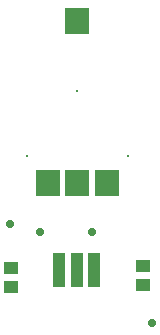
<source format=gts>
G04*
G04 #@! TF.GenerationSoftware,Altium Limited,Altium Designer,18.1.11 (251)*
G04*
G04 Layer_Color=8388736*
%FSLAX42Y42*%
%MOMM*%
G71*
G01*
G75*
%ADD16R,1.15X1.05*%
%ADD17R,2.00X2.20*%
%ADD18R,1.05X2.85*%
%ADD19C,0.20*%
%ADD20C,0.70*%
D16*
X1500Y520D02*
D03*
Y680D02*
D03*
X382Y660D02*
D03*
Y500D02*
D03*
D17*
X697Y1382D02*
D03*
X948D02*
D03*
X1198D02*
D03*
X948Y2752D02*
D03*
D18*
X792Y645D02*
D03*
X942D02*
D03*
X1092D02*
D03*
D19*
X948Y2162D02*
D03*
X1373Y1612D02*
D03*
X522D02*
D03*
D20*
X630Y965D02*
D03*
X1073D02*
D03*
X1582Y198D02*
D03*
X375Y1035D02*
D03*
M02*

</source>
